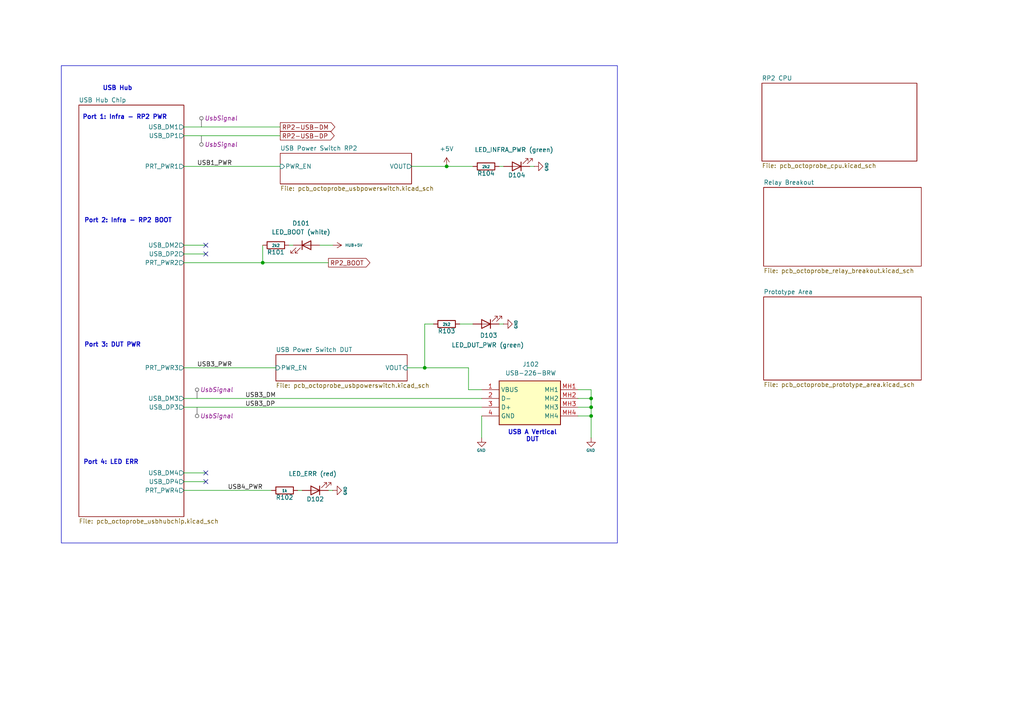
<source format=kicad_sch>
(kicad_sch (version 20231120) (generator "eeschema") (generator_version "8.0")
  (paper "A4")
  (title_block (title "Octoprobe tentacle") (date "2024-07-05") (rev "0.2") (company "Hans Märki, Märki Informatik") (comment 1 "The MIT License (MIT)"))
  (lib_symbols
    (symbol "00_project_library:LED GREEN" (pin_numbers hide) (pin_names (offset 1.016) hide)
      (property "Reference" "D" (at 0 2.54 0))
      (property "Value" "LED GREEN" (at 0 -2.54 0))
      (symbol "LED GREEN_0_1"
        (polyline (pts (xy -1.27 -1.27) (xy -1.27 1.27)) (stroke (width 0.254)))
        (polyline (pts (xy -1.27 0) (xy 1.27 0)))
        (polyline (pts (xy 1.27 -1.27) (xy 1.27 1.27) (xy -1.27 0) (xy 1.27 -1.27)) (stroke (width 0.254)))
        (polyline (pts (xy -3.048 -0.762) (xy -4.572 -2.286) (xy -3.81 -2.286) (xy -4.572 -2.286) (xy -4.572 -1.524)))
        (polyline (pts (xy -1.778 -0.762) (xy -3.302 -2.286) (xy -2.54 -2.286) (xy -3.302 -2.286) (xy -3.302 -1.524)))
      )
      (symbol "LED GREEN_1_1"
        (pin passive line (at -3.81 0 0) (length 2.54) (name "K") (number "1"))
        (pin passive line (at 3.81 0 180) (length 2.54) (name "A") (number "2"))
      )
    )
    (symbol "00_project_library:LED WHITE" (pin_numbers hide) (pin_names (offset 1.016) hide)
      (property "Reference" "D" (at 0 2.54 0))
      (property "Value" "LED WHITE" (at 0 -2.54 0))
      (symbol "LED WHITE_0_1"
        (polyline (pts (xy -1.27 -1.27) (xy -1.27 1.27)) (stroke (width 0.254)))
        (polyline (pts (xy -1.27 0) (xy 1.27 0)))
        (polyline (pts (xy 1.27 -1.27) (xy 1.27 1.27) (xy -1.27 0) (xy 1.27 -1.27)) (stroke (width 0.254)))
        (polyline (pts (xy -3.048 -0.762) (xy -4.572 -2.286) (xy -3.81 -2.286) (xy -4.572 -2.286) (xy -4.572 -1.524)))
        (polyline (pts (xy -1.778 -0.762) (xy -3.302 -2.286) (xy -2.54 -2.286) (xy -3.302 -2.286) (xy -3.302 -1.524)))
      )
      (symbol "LED WHITE_1_1"
        (pin passive line (at -3.81 0 0) (length 2.54) (name "K") (number "1"))
        (pin passive line (at 3.81 0 180) (length 2.54) (name "A") (number "2"))
      )
    )
    (symbol "00_project_library:USB-226-BRW"
      (property "Reference" "J" (at 24.13 7.62 0))
      (property "Value" "USB-226-BRW" (at 24.13 5.08 0))
      (property "Datasheet_alt" "https://datasheet.lcsc.com/lcsc/2008111235_XUNPU-USB-226-BRW_C720524.pdf" (at 0 0 0))
      (symbol "USB-226-BRW_1_1"
        (rectangle (start 5.08 2.54) (end 22.86 -10.16) (stroke (width 0.254)) (fill (type background)))
        (pin passive line (at 0 0 0) (length 5.08) (name "VBUS") (number "1"))
        (pin passive line (at 0 -2.54 0) (length 5.08) (name "D-") (number "2"))
        (pin passive line (at 0 -5.08 0) (length 5.08) (name "D+") (number "3"))
        (pin passive line (at 0 -7.62 0) (length 5.08) (name "GND") (number "4"))
        (pin passive line (at 27.94 0 180) (length 5.08) (name "MH1") (number "MH1"))
        (pin passive line (at 27.94 -2.54 180) (length 5.08) (name "MH2") (number "MH2"))
        (pin passive line (at 27.94 -5.08 180) (length 5.08) (name "MH3") (number "MH3"))
        (pin passive line (at 27.94 -7.62 180) (length 5.08) (name "MH4") (number "MH4"))
      )
    )
    (symbol "Device:R" (pin_numbers hide) (pin_names (offset 0))
      (property "Reference" "R" (at 2.032 0 90))
      (property "Value" "R" (at 0 0 90))
      (symbol "R_0_1"
        (rectangle (start -1.016 -2.54) (end 1.016 2.54) (stroke (width 0.254)))
      )
      (symbol "R_1_1"
        (pin passive line (at 0 3.81 270) (length 1.27) (name "~") (number "1"))
        (pin passive line (at 0 -3.81 90) (length 1.27) (name "~") (number "2"))
      )
    )
    (symbol "power:+3V3" (power) (pin_numbers hide) (pin_names (offset 0) hide)
      (property "Value" "+3V3" (at 0 3.556 0))
      (symbol "+3V3_0_1"
        (polyline (pts (xy -0.762 1.27) (xy 0 2.54)))
        (polyline (pts (xy 0 0) (xy 0 2.54)))
        (polyline (pts (xy 0 2.54) (xy 0.762 1.27)))
      )
      (symbol "+3V3_1_1"
        (pin power_in line (at 0 0 90) (length 0) (name "~") (number "1"))
      )
    )
    (symbol "power:+5V" (power) (pin_numbers hide) (pin_names (offset 0) hide)
      (property "Value" "+5V" (at 0 3.556 0))
      (symbol "+5V_0_1"
        (polyline (pts (xy -0.762 1.27) (xy 0 2.54)))
        (polyline (pts (xy 0 0) (xy 0 2.54)))
        (polyline (pts (xy 0 2.54) (xy 0.762 1.27)))
      )
      (symbol "+5V_1_1"
        (pin power_in line (at 0 0 90) (length 0) (name "~") (number "1"))
      )
    )
    (symbol "power:GND" (power) (pin_numbers hide) (pin_names (offset 0) hide)
      (property "Value" "GND" (at 0 -3.81 0))
      (symbol "GND_0_1"
        (polyline (pts (xy 0 0) (xy 0 -1.27) (xy 1.27 -1.27) (xy 0 -2.54) (xy -1.27 -1.27) (xy 0 -1.27)))
      )
      (symbol "GND_1_1"
        (pin power_in line (at 0 0 270) (length 0) (name "~") (number "1"))
      )
    )
  )
  (junction (at 171.45 120.65))
  (junction (at 171.45 118.11))
  (junction (at 123.19 106.68))
  (junction (at 171.45 115.57))
  (junction (at 76.2 76.2))
  (junction (at 129.54 48.26))
  (no_connect (at 59.69 137.16))
  (no_connect (at 59.69 139.7))
  (no_connect (at 59.69 71.12))
  (no_connect (at 59.69 73.66))
  (polyline (pts (xy 276.2628 325.4365) (xy 276.0248 324.9603)) (stroke (width 0.9999) (type solid)))
  (wire (pts (xy 96.52 71.12) (xy 92.71 71.12)))
  (polyline (pts (xy 276.9771 325.9127) (xy 276.5009 325.6746)) (stroke (width 0.9999) (type solid)))
  (wire (pts (xy 81.28 36.83) (xy 53.34 36.83)))
  (wire (pts (xy 125.73 93.98) (xy 123.19 93.98)))
  (wire (pts (xy 53.34 106.68) (xy 80.01 106.68)))
  (wire (pts (xy 146.05 93.98) (xy 144.78 93.98)))
  (polyline (pts (xy 266.739 321.627) (xy 266.9771 322.5794)) (stroke (width 0.9999) (type solid)))
  (polyline (pts (xy 273.4057 320.9127) (xy 273.4057 325.1984)) (stroke (width 0.9999) (type solid)))
  (wire (pts (xy 53.34 76.2) (xy 76.2 76.2)))
  (polyline (pts (xy 277.6914 325.9127) (xy 276.9771 325.9127)) (stroke (width 0.9999) (type solid)))
  (polyline (pts (xy 278.4057 325.4365) (xy 278.1676 325.6746)) (stroke (width 0.9999) (type solid)))
  (wire (pts (xy 167.64 115.57) (xy 171.45 115.57)))
  (polyline (pts (xy 263.8819 321.627) (xy 264.3581 321.1508)) (stroke (width 0.9999) (type solid)))
  (polyline (pts (xy 264.8343 320.9127) (xy 265.7867 320.9127)) (stroke (width 0.9999) (type solid)))
  (wire (pts (xy 119.38 48.26) (xy 129.54 48.26)))
  (polyline (pts (xy 264.3581 325.6746) (xy 263.8819 325.1984)) (stroke (width 0.9999) (type solid)))
  (polyline (pts (xy 278.1676 325.6746) (xy 277.6914 325.9127)) (stroke (width 0.9999) (type solid)))
  (polyline (pts (xy 270.7867 325.9127) (xy 269.8343 325.9127)) (stroke (width 0.9999) (type solid)))
  (wire (pts (xy 53.34 142.24) (xy 78.74 142.24)))
  (polyline (pts (xy 269.12 325.4365) (xy 268.8819 324.9603)) (stroke (width 0.9999) (type solid)))
  (polyline (pts (xy 272.6914 322.5794) (xy 274.5962 322.5794)) (stroke (width 0.9999) (type solid)))
  (wire (pts (xy 167.64 118.11) (xy 171.45 118.11)))
  (polyline (pts (xy 266.9771 322.5794) (xy 266.9771 324.246)) (stroke (width 0.9999) (type solid)))
  (wire (pts (xy 135.89 113.03) (xy 139.7 113.03)))
  (wire (pts (xy 53.34 73.66) (xy 59.69 73.66)))
  (polyline (pts (xy 266.739 325.1984) (xy 266.2628 325.6746)) (stroke (width 0.9999) (type solid)))
  (polyline (pts (xy 277.6914 322.5794) (xy 278.1676 322.8175)) (stroke (width 0.9999) (type solid)))
  (polyline (pts (xy 269.8343 325.9127) (xy 269.3581 325.6746)) (stroke (width 0.9999) (type solid)))
  (polyline (pts (xy 270.7867 322.5794) (xy 271.2628 322.8175)) (stroke (width 0.9999) (type solid)))
  (polyline (pts (xy 271.2628 325.6746) (xy 270.7867 325.9127)) (stroke (width 0.9999) (type solid)))
  (polyline (pts (xy 276.2628 323.0556) (xy 276.5009 322.8175)) (stroke (width 0.9999) (type solid)))
  (wire (pts (xy 133.35 93.98) (xy 137.16 93.98)))
  (wire (pts (xy 171.45 118.11) (xy 171.45 120.65)))
  (polyline (pts (xy 276.0248 324.9603) (xy 276.0248 323.5317)) (stroke (width 0.9999) (type solid)))
  (polyline (pts (xy 266.2628 325.6746) (xy 265.7867 325.9127)) (stroke (width 0.9999) (type solid)))
  (polyline (pts (xy 278.6438 323.5317) (xy 278.6438 324.9603)) (stroke (width 0.9999) (type solid)))
  (polyline (pts (xy 278.1676 322.8175) (xy 278.4057 323.0556)) (stroke (width 0.9999) (type solid)))
  (polyline (pts (xy 276.5009 325.6746) (xy 276.2628 325.4365)) (stroke (width 0.9999) (type solid)))
  (polyline (pts (xy 276.9771 322.5794) (xy 277.6914 322.5794)) (stroke (width 0.9999) (type solid)))
  (wire (pts (xy 53.34 71.12) (xy 59.69 71.12)))
  (wire (pts (xy 167.64 113.03) (xy 171.45 113.03)))
  (wire (pts (xy 139.7 127) (xy 139.7 120.65)))
  (polyline (pts (xy 278.4057 323.0556) (xy 278.6438 323.5317)) (stroke (width 0.9999) (type solid)))
  (wire (pts (xy 53.34 39.37) (xy 81.28 39.37)))
  (wire (pts (xy 53.34 48.26) (xy 81.28 48.26)))
  (polyline (pts (xy 265.7867 325.9127) (xy 264.8343 325.9127)) (stroke (width 0.9999) (type solid)))
  (wire (pts (xy 153.67 48.26) (xy 154.94 48.26)))
  (polyline (pts (xy 273.6438 325.6746) (xy 274.12 325.9127)) (stroke (width 0.9999) (type solid)))
  (polyline (pts (xy 278.6438 324.9603) (xy 278.4057 325.4365)) (stroke (width 0.9999) (type solid)))
  (wire (pts (xy 144.78 48.26) (xy 146.05 48.26)))
  (wire (pts (xy 171.45 113.03) (xy 171.45 115.57)))
  (polyline (pts (xy 266.9771 324.246) (xy 266.739 325.1984)) (stroke (width 0.9999) (type solid)))
  (polyline (pts (xy 273.4057 325.1984) (xy 273.6438 325.6746)) (stroke (width 0.9999) (type solid)))
  (wire (pts (xy 123.19 106.68) (xy 135.89 106.68)))
  (polyline (pts (xy 264.3581 321.1508) (xy 264.8343 320.9127)) (stroke (width 0.9999) (type solid)))
  (wire (pts (xy 86.36 142.24) (xy 87.63 142.24)))
  (wire (pts (xy 171.45 115.57) (xy 171.45 118.11)))
  (polyline (pts (xy 269.3581 325.6746) (xy 269.12 325.4365)) (stroke (width 0.9999) (type solid)))
  (wire (pts (xy 53.34 139.7) (xy 59.69 139.7)))
  (polyline (pts (xy 276.0248 323.5317) (xy 276.2628 323.0556)) (stroke (width 0.9999) (type solid)))
  (wire (pts (xy 95.25 76.2) (xy 76.2 76.2)))
  (polyline (pts (xy 269.3581 322.8175) (xy 269.8343 322.5794)) (stroke (width 0.9999) (type solid)))
  (polyline (pts (xy 269.8343 322.5794) (xy 270.7867 322.5794)) (stroke (width 0.9999) (type solid)))
  (wire (pts (xy 129.54 48.26) (xy 137.16 48.26)))
  (polyline (pts (xy 265.7867 320.9127) (xy 266.2628 321.1508)) (stroke (width 0.9999) (type solid)))
  (wire (pts (xy 135.89 106.68) (xy 135.89 113.03)))
  (wire (pts (xy 85.09 71.12) (xy 83.82 71.12)))
  (wire (pts (xy 53.34 137.16) (xy 59.69 137.16)))
  (wire (pts (xy 118.11 106.68) (xy 123.19 106.68)))
  (polyline (pts (xy 263.8819 325.1984) (xy 263.6438 324.246)) (stroke (width 0.9999) (type solid)))
  (wire (pts (xy 53.34 115.57) (xy 139.7 115.57)))
  (wire (pts (xy 123.19 93.98) (xy 123.19 106.68)))
  (wire (pts (xy 76.2 71.12) (xy 76.2 76.2)))
  (polyline (pts (xy 263.6438 322.5794) (xy 263.8819 321.627)) (stroke (width 0.9999) (type solid)))
  (polyline (pts (xy 266.2628 321.1508) (xy 266.739 321.627)) (stroke (width 0.9999) (type solid)))
  (polyline (pts (xy 264.8343 325.9127) (xy 264.3581 325.6746)) (stroke (width 0.9999) (type solid)))
  (wire (pts (xy 167.64 120.65) (xy 171.45 120.65)))
  (polyline (pts (xy 268.8819 323.5317) (xy 269.12 323.0556)) (stroke (width 0.9999) (type solid)))
  (wire (pts (xy 53.34 118.11) (xy 139.7 118.11)))
  (polyline (pts (xy 276.5009 322.8175) (xy 276.9771 322.5794)) (stroke (width 0.9999) (type solid)))
  (polyline (pts (xy 268.8819 324.9603) (xy 268.8819 323.5317)) (stroke (width 0.9999) (type solid)))
  (wire (pts (xy 171.45 127) (xy 171.45 120.65)))
  (wire (pts (xy 95.25 142.24) (xy 96.52 142.24)))
  (polyline (pts (xy 274.12 325.9127) (xy 274.5962 325.9127)) (stroke (width 0.9999) (type solid)))
  (polyline (pts (xy 263.6438 324.246) (xy 263.6438 322.5794)) (stroke (width 0.9999) (type solid)))
  (polyline (pts (xy 269.12 323.0556) (xy 269.3581 322.8175)) (stroke (width 0.9999) (type solid)))
  (rectangle (start 17.78 19.05) (end 179.07 157.48))
  (polyline (pts (xy 294.7028 323.2224) (xy 294.8285 323.3454) (xy 294.9804 323.6439) (xy 294.9838 324.8366) (xy 294.8371 325.1354) (xy 294.714 325.2611) (xy 294.415 325.4133) (xy 293.9361 325.4163) (xy 293.6383 325.2701) (xy 293.5126 325.147) (xy 293.3607 324.8486) (xy 293.3573 323.6559) (xy 293.5041 323.357) (xy 293.6271 323.2313) (xy 293.9261 323.0791) (xy 294.405 323.0761) (xy 294.7028 323.2224)) (stroke (width -0.0001) (type solid)) (fill (type outline)))
  (polyline (pts (xy 309.1401 318.342) (xy 307.9388 329.2108) (xy 283.8391 329.4564) (xy 283.7377 322.5746) (xy 284.9801 322.5746) (xy 284.9801 322.5794) (xy 284.9827 325.6327) (xy 284.9813 325.6387) (xy 284.9827 325.6611) (xy 284.9844 327.6441) (xy 285.0181 327.7702) (xy 285.0834 327.8832) (xy 285.1757 327.9755) (xy 285.2887 328.0408) (xy 285.4148 328.0746) (xy 285.5453 328.0746) (xy 285.6714 328.0408) (xy 285.7845 327.9755) (xy 285.8768 327.8832) (xy 285.942 327.7702) (xy 285.9758 327.6441) (xy 285.9801 327.5789) (xy 285.9791 326.4121) (xy 286.899 326.4081) (xy 286.9441 326.4111) (xy 286.9585 326.4081) (xy 286.9739 326.408) (xy 287.0226 326.395) (xy 287.072 326.3849) (xy 287.0924 326.3759) (xy 287.1 326.3739) (xy 287.1074 326.3699) (xy 287.1323 326.3594) (xy 287.5655 326.1389) (xy 287.5762 326.1359) (xy 287.6139 326.1141) (xy 287.6649 326.0882) (xy 287.6762 326.0782) (xy 287.6892 326.0702) (xy 287.7384 326.0271) (xy 287.9428 325.8182) (xy 287.9505 325.8132) (xy 287.9768 325.7837) (xy 288.0196 325.7399) (xy 288.0271 325.7268) (xy 288.0371 325.7156) (xy 288.0702 325.6591) (xy 288.302 325.1869) (xy 288.323 325.1507) (xy 288.3267 325.1366) (xy 288.3336 325.1226) (xy 288.3437 325.0733) (xy 288.3568 325.0246) (xy 288.3582 325.0024) (xy 288.3598 324.9944) (xy 288.3593 324.9854) (xy 288.361 324.9584) (xy 288.357 323.5411) (xy 288.3598 323.4944) (xy 288.3568 323.4798) (xy 288.3568 323.4646) (xy 288.3437 323.4159) (xy 288.3336 323.3665) (xy 288.325 323.3461) (xy 288.323 323.3381) (xy 288.3187 323.3311) (xy 288.3083 323.3062) (xy 288.0877 322.873) (xy 288.0849 322.8623) (xy 288.0631 322.8246) (xy 288.0371 322.7736) (xy 288.0271 322.7623) (xy 288.0196 322.7493) (xy 287.9765 322.7001) (xy 287.8512 322.5775) (xy 289.5039 322.5775) (xy 289.5082 325.9761) (xy 289.542 326.1021) (xy 289.6072 326.2152) (xy 289.6995 326.3075) (xy 289.8126 326.3727) (xy 289.9386 326.4065) (xy 290.0692 326.4065) (xy 290.1952 326.3727) (xy 290.3083 326.3075) (xy 290.4006 326.2152) (xy 290.4658 326.1021) (xy 290.4996 325.9761) (xy 290.5039 325.9108) (xy 290.5011 323.6517) (xy 290.5609 323.5298) (xy 292.361 323.5298) (xy 292.3651 324.9472) (xy 292.3623 324.9939) (xy 292.3653 325.0084) (xy 292.3653 325.0237) (xy 292.3784 325.0724) (xy 292.3885 325.1217) (xy 292.3971 325.1422) (xy 292.3991 325.1502) (xy 292.4033 325.1572) (xy 292.4138 325.1821) (xy 292.6343 325.6153) (xy 292.6372 325.626) (xy 292.659 325.6638) (xy 292.6849 325.7148) (xy 292.6949 325.726) (xy 292.7025 325.7391) (xy 292.7456 325.7883) (xy 292.9544 325.9927) (xy 292.9595 326.0007) (xy 292.9891 326.0269) (xy 293.0328 326.0698) (xy 293.0459 326.0778) (xy 293.0572 326.0878) (xy 293.1136 326.1208) (xy 293.5858 326.3527) (xy 293.6221 326.3736) (xy 293.6361 326.3776) (xy 293.6501 326.3846) (xy 293.6995 326.3947) (xy 293.7482 326.4077) (xy 293.7703 326.4087) (xy 293.778 326.4097) (xy 293.7865 326.4092) (xy 293.8134 326.4112) (xy 294.5195 326.4072) (xy 294.5631 326.4102) (xy 294.5775 326.4072) (xy 294.593 326.4071) (xy 294.6416 326.3941) (xy 294.691 326.384) (xy 294.7115 326.375) (xy 294.719 326.373) (xy 294.7264 326.369) (xy 294.7513 326.3585) (xy 295.1845 326.138) (xy 295.1952 326.135) (xy 295.233 326.1132) (xy 295.284 326.0873) (xy 295.2952 326.0773) (xy 295.3083 326.0693) (xy 295.3574 326.0262) (xy 295.5619 325.8173) (xy 295.5696 325.8123) (xy 295.5958 325.7828) (xy 295.6387 325.739) (xy 295.6462 325.7259) (xy 295.6562 325.7147) (xy 295.6892 325.6582) (xy 295.9211 325.186) (xy 295.942 325.1498) (xy 295.9458 325.1357) (xy 295.9527 325.1217) (xy 295.9628 325.0724) (xy 295.9758 325.0237) (xy 295.9773 325.0015) (xy 295.9788 324.9935) (xy 295.9783 324.9845) (xy 295.9801 324.9575) (xy 295.976 323.5402) (xy 295.9788 323.4935) (xy 295.9758 323.4789) (xy 295.9758 323.4637) (xy 295.9628 323.415) (xy 295.9527 323.3656) (xy 295.944 323.3452) (xy 295.942 323.3372) (xy 295.9378 323.3302) (xy 295.9273 323.3053) (xy 295.7068 322.8721) (xy 295.7039 322.8614) (xy 295.6821 322.8237) (xy 295.6562 322.7727) (xy 295.6462 322.7614) (xy 295.6387 322.7484) (xy 295.5955 322.6992) (xy 295.3867 322.4948) (xy 295.3816 322.4868) (xy 295.352 322.4605) (xy 295.3083 322.4177) (xy 295.2952 322.4097) (xy 295.284 322.3997) (xy 295.2275 322.3666) (xy 294.7553 322.1347) (xy 294.719 322.1138) (xy 294.705 322.1098) (xy 294.691 322.1028) (xy 294.6416 322.0927) (xy 294.593 322.0796) (xy 294.5708 322.0786) (xy 294.5631 322.0766) (xy 294.5547 322.0771) (xy 294.5277 322.0751) (xy 293.8216 322.0791) (xy 293.778 322.0761) (xy 293.7636 322.0791) (xy 293.7482 322.0791) (xy 293.6995 322.0922) (xy 293.6501 322.1023) (xy 293.6296 322.1113) (xy 293.6221 322.1133) (xy 293.6147 322.1173) (xy 293.5898 322.1277) (xy 293.1566 322.3482) (xy 293.1459 322.3512) (xy 293.1081 322.373) (xy 293.0572 322.399) (xy 293.0459 322.409) (xy 293.0328 322.417) (xy 292.9837 322.4601) (xy 292.7792 322.6689) (xy 292.7715 322.6739) (xy 292.7453 322.7035) (xy 292.7025 322.7473) (xy 292.6949 322.7603) (xy 292.6849 322.7716) (xy 292.6519 322.828) (xy 292.42 323.3002) (xy 292.3991 323.3365) (xy 292.3953 323.3505) (xy 292.3885 323.3645) (xy 292.3784 323.4139) (xy 292.3653 323.4626) (xy 292.3639 323.4847) (xy 292.3623 323.4927) (xy 292.3628 323.5007) (xy 292.361 323.5276) (xy 290.5609 323.5276) (xy 290.6469 323.3525) (xy 290.77 323.2268) (xy 291.0695 323.0744) (xy 291.4977 323.0714) (xy 291.6238 323.0376) (xy 291.7368 322.9723) (xy 291.8291 322.88) (xy 291.8944 322.767) (xy 291.9282 322.6409) (xy 291.9282 322.5104) (xy 291.8944 322.3843) (xy 291.8291 322.2713) (xy 291.7368 322.179) (xy 291.6238 322.1137) (xy 291.4977 322.0799) (xy 291.4325 322.0759) (xy 290.9618 322.0799) (xy 290.9208 322.0769) (xy 290.9067 322.0799) (xy 290.891 322.08) (xy 290.8423 322.0931) (xy 290.793 322.1032) (xy 290.7725 322.1122) (xy 290.7649 322.1142) (xy 290.7576 322.1182) (xy 290.7327 322.1286) (xy 290.4123 322.2917) (xy 290.4006 322.2715) (xy 290.3083 322.1792) (xy 290.1952 322.1139) (xy 290.0692 322.0801) (xy 289.9386 322.0801) (xy 289.8126 322.1139) (xy 289.6995 322.1792) (xy 289.6072 322.2715) (xy 289.542 322.3845) (xy 289.5082 322.5106) (xy 289.5039 322.5759) (xy 287.8512 322.5759) (xy 287.7677 322.4941) (xy 287.7626 322.4861) (xy 287.733 322.4598) (xy 287.6892 322.417) (xy 287.6762 322.409) (xy 287.6649 322.399) (xy 287.6085 322.3659) (xy 287.1362 322.134) (xy 287.1 322.1131) (xy 287.086 322.1091) (xy 287.072 322.1021) (xy 287.0226 322.092) (xy 286.9739 322.0789) (xy 286.9518 322.0779) (xy 286.9441 322.0759) (xy 286.9356 322.0764) (xy 286.9087 322.0744) (xy 285.9659 322.0784) (xy 285.9208 322.0754) (xy 285.9064 322.0784) (xy 285.891 322.0784) (xy 285.8423 322.0915) (xy 285.793 322.1016) (xy 285.7725 322.1106) (xy 285.7649 322.1126) (xy 285.7576 322.1166) (xy 285.7327 322.127) (xy 285.7137 322.137) (xy 285.6714 322.1126) (xy 285.5453 322.0788) (xy 285.4148 322.0788) (xy 285.2887 322.1126) (xy 285.1757 322.1779) (xy 285.0834 322.2702) (xy 285.0181 322.3832) (xy 284.9844 322.5093) (xy 284.9801 322.5746) (xy 283.7377 322.5746) (xy 283.7131 320.9036) (xy 297.1229 320.9036) (xy 297.1229 320.9079) (xy 297.1246 322.8418) (xy 297.1242 322.8478) (xy 297.1246 322.8498) (xy 297.1269 325.6209) (xy 297.1242 325.6342) (xy 297.127 325.6804) (xy 297.1272 325.973) (xy 297.161 326.099) (xy 297.2263 326.2121) (xy 297.3186 326.3044) (xy 297.4316 326.3696) (xy 297.5577 326.4034) (xy 297.6882 326.4034) (xy 297.8143 326.3696) (xy 297.8602 326.3431) (xy 297.8715 326.3491) (xy 297.9078 326.37) (xy 297.9218 326.374) (xy 297.9358 326.381) (xy 297.9852 326.3911) (xy 298.0339 326.4041) (xy 298.056 326.4051) (xy 298.0637 326.4061) (xy 298.0722 326.4056) (xy 298.0991 326.4076) (xy 299.0419 326.4036) (xy 299.087 326.4066) (xy 299.1014 326.4036) (xy 299.1168 326.4035) (xy 299.1655 326.3905) (xy 299.2148 326.3804) (xy 299.2353 326.3714) (xy 299.2429 326.3694) (xy 299.2502 326.3654) (xy 299.2751 326.3549) (xy 299.7083 326.1344) (xy 299.719 326.1314) (xy 299.7568 326.1096) (xy 299.8078 326.0837) (xy 299.819 326.0737) (xy 299.8321 326.0657) (xy 299.8813 326.0226) (xy 300.0857 325.8137) (xy 300.0934 325.8087) (xy 300.1196 325.7792) (xy 300.1625 325.7354) (xy 300.17 325.7223) (xy 300.18 325.7111) (xy 300.213 325.6546) (xy 300.4449 325.1824) (xy 300.4658 325.1462) (xy 300.4696 325.1321) (xy 300.4765 325.1181) (xy 300.4866 325.0688) (xy 300.4996 325.0201) (xy 300.5011 324.9979) (xy 300.5026 324.9899) (xy 300.5021 324.9809) (xy 300.5039 324.9539) (xy 300.4998 323.5366) (xy 300.5026 323.4899) (xy 300.4997 323.4753) (xy 300.4996 323.4601) (xy 300.4866 323.4114) (xy 300.4765 323.362) (xy 300.4679 323.3416) (xy 300.4658 323.3336) (xy 300.4616 323.3266) (xy 300.4511 323.3017) (xy 300.4437 323.2872) (xy 301.4087 323.2872) (xy 301.4108 324.2573) (xy 301.4098 324.2729) (xy 301.4108 324.2779) (xy 301.4128 325.1797) (xy 301.4099 325.2273) (xy 301.4129 325.2419) (xy 301.4129 325.2571) (xy 301.426 325.3058) (xy 301.4361 325.3551) (xy 301.4447 325.3756) (xy 301.4467 325.3836) (xy 301.451 325.3906) (xy 301.4614 325.4155) (xy 301.6891 325.8629) (xy 301.6971 325.8868) (xy 301.7154 325.9145) (xy 301.7326 325.9482) (xy 301.7525 325.9706) (xy 301.769 325.9957) (xy 301.7956 326.0193) (xy 301.8192 326.0458) (xy 301.8442 326.0624) (xy 301.8667 326.0823) (xy 301.9231 326.1153) (xy 301.928 326.1173) (xy 301.9281 326.1173) (xy 301.9281 326.1174) (xy 302.3953 326.3468) (xy 302.4316 326.3677) (xy 302.4456 326.3717) (xy 302.4596 326.3787) (xy 302.509 326.3888) (xy 302.5577 326.4018) (xy 302.5798 326.4028) (xy 302.5875 326.4038) (xy 302.596 326.4033) (xy 302.6229 326.4053) (xy 303.5657 326.4013) (xy 303.6108 326.4043) (xy 303.6252 326.4013) (xy 303.6406 326.4012) (xy 303.6893 326.3882) (xy 303.7386 326.3781) (xy 303.7591 326.3691) (xy 303.7667 326.3671) (xy 303.774 326.3631) (xy 303.7989 326.3526) (xy 304.3316 326.0815) (xy 304.4292 325.9949) (xy 304.5012 325.886) (xy 304.5424 325.7621) (xy 304.5503 325.6319) (xy 304.5241 325.504) (xy 304.4657 325.3872) (xy 304.3791 325.2896) (xy 304.2702 325.2177) (xy 304.1464 325.1764) (xy 304.0161 325.1684) (xy 303.8882 325.1945) (xy 303.8279 325.2199) (xy 303.4629 325.4057) (xy 302.7462 325.4087) (xy 302.5196 325.2974) (xy 302.4084 325.0789) (xy 302.4075 324.6479) (xy 304.3397 324.2581) (xy 304.3549 324.2581) (xy 304.4012 324.2456) (xy 304.4508 324.2356) (xy 304.4653 324.2286) (xy 304.481 324.2246) (xy 304.5236 324.1999) (xy 304.5678 324.1781) (xy 304.58 324.1674) (xy 304.594 324.1594) (xy 304.6288 324.1246) (xy 304.6659 324.092) (xy 304.6748 324.0786) (xy 304.6863 324.0671) (xy 304.7109 324.0244) (xy 304.7383 323.9834) (xy 304.7435 323.9681) (xy 304.7515 323.9541) (xy 304.7643 323.9065) (xy 304.7801 323.8598) (xy 304.7811 323.8436) (xy 304.7853 323.828) (xy 304.7896 323.7627) (xy 304.7859 323.2921) (xy 304.7884 323.2511) (xy 304.7855 323.2369) (xy 304.7853 323.2213) (xy 304.7723 323.1726) (xy 304.7622 323.1232) (xy 304.7536 323.1028) (xy 304.7515 323.0948) (xy 304.7473 323.0878) (xy 304.7368 323.0629) (xy 304.5091 322.6156) (xy 304.5012 322.5917) (xy 304.4828 322.5639) (xy 304.4657 322.5303) (xy 304.4458 322.5078) (xy 304.4292 322.4828) (xy 304.4027 322.4592) (xy 304.3791 322.4326) (xy 304.354 322.4161) (xy 304.3316 322.3962) (xy 304.2751 322.3631) (xy 304.2703 322.3611) (xy 304.2702 322.361) (xy 304.2701 322.361) (xy 303.8029 322.1315) (xy 303.7667 322.1106) (xy 303.7527 322.1066) (xy 303.7386 322.0996) (xy 303.6893 322.0895) (xy 303.6406 322.0764) (xy 303.6184 322.0754) (xy 303.6108 322.0734) (xy 303.6023 322.0739) (xy 303.5753 322.0719) (xy 302.6326 322.0759) (xy 302.5875 322.0729) (xy 302.5731 322.0759) (xy 302.5577 322.0759) (xy 302.509 322.089) (xy 302.4596 322.0991) (xy 302.4392 322.1081) (xy 302.4316 322.1101) (xy 302.4242 322.1141) (xy 302.3993 322.1245) (xy 301.952 322.3522) (xy 301.9281 322.3602) (xy 301.9003 322.3785) (xy 301.8667 322.3957) (xy 301.8442 322.4156) (xy 301.8192 322.4321) (xy 301.7956 322.4587) (xy 301.769 322.4823) (xy 301.7525 322.5073) (xy 301.7326 322.5298) (xy 301.6995 322.5862) (xy 301.6971 322.5912) (xy 301.6971 322.5913) (xy 301.4677 323.0585) (xy 301.4467 323.0948) (xy 301.443 323.1088) (xy 301.4361 323.1228) (xy 301.426 323.1722) (xy 301.4129 323.2209) (xy 301.4115 323.243) (xy 301.4099 323.251) (xy 301.4104 323.259) (xy 301.4087 323.2859) (xy 300.4437 323.2859) (xy 300.2306 322.8672) (xy 300.2277 322.8565) (xy 300.206 322.8188) (xy 300.18 322.7678) (xy 300.17 322.7565) (xy 300.1625 322.7435) (xy 300.1194 322.6943) (xy 299.9105 322.4899) (xy 299.9054 322.4819) (xy 299.8758 322.4556) (xy 299.8321 322.4128) (xy 299.819 322.4048) (xy 299.8078 322.3948) (xy 299.7513 322.3617) (xy 299.2791 322.1298) (xy 299.2429 322.1089) (xy 299.2288 322.1049) (xy 299.2148 322.0979) (xy 299.1655 322.0878) (xy 299.1168 322.0747) (xy 299.0946 322.0737) (xy 299.087 322.0717) (xy 299.0785 322.0722) (xy 299.0515 322.0702) (xy 298.1197 322.0742) (xy 298.1187 320.8383) (xy 298.0849 320.7123) (xy 298.0196 320.5992) (xy 297.9273 320.5069) (xy 297.8143 320.4417) (xy 297.6882 320.4079) (xy 297.5577 320.4079) (xy 297.4316 320.4417) (xy 297.3186 320.5069) (xy 297.2263 320.5992) (xy 297.161 320.7123) (xy 297.1272 320.8383) (xy 297.1229 320.9036) (xy 283.7131 320.9036) (xy 283.6717 318.0918) (xy 309.1401 318.342)) (stroke (width -0.0001) (type solid)) (fill (type outline)))
  (polyline (pts (xy 299.2266 323.2224) (xy 299.3523 323.3454) (xy 299.5042 323.6439) (xy 299.5076 324.8366) (xy 299.3609 325.1354) (xy 299.2378 325.2611) (xy 298.9391 325.4132) (xy 298.2223 325.4162) (xy 298.1225 325.3671) (xy 298.1206 323.1252) (xy 298.2116 323.0789) (xy 298.9283 323.0759) (xy 299.2266 323.2224)) (stroke (width -0.0001) (type solid)) (fill (type outline)))
  (polyline (pts (xy 303.6786 323.1871) (xy 303.7691 323.3648) (xy 302.4053 323.64) (xy 302.4048 323.4176) (xy 302.5164 323.1903) (xy 302.7354 323.0789) (xy 303.4521 323.0759) (xy 303.6786 323.1871)) (stroke (width -0.0001) (type solid)) (fill (type outline)))
  (polyline (pts (xy 287.0838 323.2224) (xy 287.2095 323.3454) (xy 287.3614 323.6439) (xy 287.3648 324.8366) (xy 287.218 325.1354) (xy 287.095 325.2611) (xy 286.7962 325.4132) (xy 286.0795 325.4162) (xy 285.9782 325.3664) (xy 285.9763 323.1259) (xy 286.0687 323.0789) (xy 286.7854 323.0759) (xy 287.0838 323.2224)) (stroke (width -0.0001) (type solid)) (fill (type outline)))
  (text "Port 2: Infra - RP2 BOOT" (at 24.384 64.77 0) (effects (font (size 1.27 1.27) (thickness 0.254) (bold yes)) (justify left bottom)))
  (text "Port 4: LED ERR" (at 24.13 134.874 0) (effects (font (size 1.27 1.27) (thickness 0.254) (bold yes)) (justify left bottom)))
  (text "Port 3: DUT PWR" (at 24.384 100.838 0) (effects (font (size 1.27 1.27) (thickness 0.254) (bold yes)) (justify left bottom)))
  (text "USB A Vertical\nDUT" (at 154.432 128.27 0) (effects (font (size 1.27 1.27) (thickness 0.254) (bold yes)) (justify bottom)))
  (text "Port 1: Infra - RP2 PWR" (at 23.876 34.798 0) (effects (font (size 1.27 1.27) (thickness 0.254) (bold yes)) (justify left bottom)))
  (text "USB Hub" (at 29.718 26.416 0) (effects (font (size 1.27 1.27) (thickness 0.254) (bold yes)) (justify left bottom)))
  (label "USB3_PWR" (at 57.15 106.68 0))
  (label "USB4_PWR" (at 66.04 142.24 0))
  (label "USB1_PWR" (at 57.15 48.26 0))
  (label "USB3_DP" (at 71.12 118.11 0))
  (label "USB3_DM" (at 71.12 115.57 0))
  (global_label "RP2-USB-DM" (shape output) (at 81.28 36.83 0) (property "Intersheetrefs" "${INTERSHEET_REFS}" (effects (hide yes))))
  (global_label "RP2-USB-DP" (shape output) (at 81.28 39.37 0) (property "Intersheetrefs" "${INTERSHEET_REFS}" (effects (hide yes))))
  (global_label "RP2_BOOT" (shape output) (at 95.25 76.2 0) (property "Intersheetrefs" "${INTERSHEET_REFS}" (effects (hide yes))))
  (netclass_flag "" (length 2.54) (shape round) (at 57.15 115.57 0) (property "Netclass" "UsbSignal" (at 58.039 113.03 0) (effects (font (italic yes)) (justify left))))
  (netclass_flag "" (length 2.54) (shape round) (at 58.42 36.83 0) (property "Netclass" "UsbSignal" (at 59.309 34.29 0) (effects (font (italic yes)) (justify left))))
  (netclass_flag "" (length 2.54) (shape round) (at 58.42 39.37 180) (property "Netclass" "UsbSignal" (at 59.309 41.91 0) (effects (font (italic yes)) (justify left))))
  (netclass_flag "" (length 2.54) (shape round) (at 57.15 118.11 180) (property "Netclass" "UsbSignal" (at 58.039 120.65 0) (effects (font (italic yes)) (justify left))))
  (symbol (lib_id "power:GND") (at 171.45 127 0) (unit 1)
    (property "Reference" "#PWR0108" (effects (hide yes)))
    (property "Value" "GND" (at 171.323 130.6322 0) (effects (font (size 0.8 0.8))))
    (property "Description" "Power symbol creates a global label with name \"GND\" , ground" (effects (hide yes)))
  )
  (symbol (lib_id "00_project_library:LED GREEN") (at 140.97 93.98 180) (unit 1)
    (property "Reference" "D103" (at 141.732 97.282 0))
    (property "Value" "LED_DUT_PWR (green)" (at 141.478 100.076 0))
    (property "Footprint" "00_project_library:LED_0603_1608Metric" (effects (hide yes)))
    (property "JLC" "C2297" (effects (hide yes)))
  )
  (symbol (lib_id "Device:R") (at 140.97 48.26 270) (unit 1)
    (property "Reference" "R104" (at 140.97 50.292 90))
    (property "Value" "2k2" (at 140.97 48.3616 90) (effects (font (size 0.8 0.8))))
    (property "Footprint" "Resistor_SMD:R_0603_1608Metric" (effects (hide yes)))
  )
  (symbol (lib_id "power:GND") (at 96.52 142.24 90) (unit 1)
    (property "Reference" "#PWR0102" (effects (hide yes)))
    (property "Value" "GND" (at 100.1522 142.367 0) (effects (font (size 0.8 0.8))))
    (property "Description" "Power symbol creates a global label with name \"GND\" , ground" (effects (hide yes)))
  )
  (symbol (lib_id "00_project_library:LED GREEN") (at 91.44 142.24 180) (unit 1)
    (property "Reference" "D102" (at 91.44 144.78 0))
    (property "Value" "LED_ERR (red)" (at 90.678 137.414 0))
    (property "Footprint" "00_project_library:LED_0603_1608Metric" (effects (hide yes)))
    (property "JLC" "C2286" (effects (hide yes)))
  )
  (symbol (lib_id "00_project_library:LED GREEN") (at 149.86 48.26 180) (unit 1)
    (property "Reference" "D104" (at 149.86 50.8 0))
    (property "Value" "LED_INFRA_PWR (green)" (at 149.098 43.434 0))
    (property "Footprint" "00_project_library:LED_0603_1608Metric" (effects (hide yes)))
    (property "JLC" "C2297" (effects (hide yes)))
  )
  (symbol (lib_id "Device:R") (at 129.54 93.98 270) (unit 1)
    (property "Reference" "R103" (at 129.54 96.012 90))
    (property "Value" "2k2" (at 129.54 94.0816 90) (effects (font (size 0.8 0.8))))
    (property "Footprint" "Resistor_SMD:R_0603_1608Metric" (effects (hide yes)))
  )
  (symbol (lib_id "power:+3V3") (at 96.52 71.12 270) (unit 1)
    (property "Reference" "#PWR0101" (effects (hide yes)))
    (property "Value" "HUB+5V" (at 102.616 71.12 90) (effects (font (size 0.8 0.8))))
    (property "Description" "Power symbol creates a global label with name \"+3V3\"" (effects (hide yes)))
  )
  (symbol (lib_id "power:GND") (at 146.05 93.98 90) (unit 1)
    (property "Reference" "#PWR0106" (effects (hide yes)))
    (property "Value" "GND" (at 149.6822 94.107 0) (effects (font (size 0.8 0.8))))
    (property "Description" "Power symbol creates a global label with name \"GND\" , ground" (effects (hide yes)))
  )
  (symbol (lib_id "power:+5V") (at 129.54 48.26 0) (unit 1)
    (property "Reference" "#PWR0104" (effects (hide yes)))
    (property "Value" "+5V" (at 129.54 43.18 0))
    (property "Description" "Power symbol creates a global label with name \"+5V\"" (effects (hide yes)))
  )
  (symbol (lib_id "Device:R") (at 80.01 71.12 270) (unit 1)
    (property "Reference" "R101" (at 80.01 73.152 90))
    (property "Value" "2k2" (at 80.01 71.2216 90) (effects (font (size 0.8 0.8))))
    (property "Footprint" "Resistor_SMD:R_0603_1608Metric" (effects (hide yes)))
  )
  (symbol (lib_id "00_project_library:USB-226-BRW") (at 139.7 113.03 0) (unit 1)
    (property "Reference" "J102" (at 153.924 105.664 0))
    (property "Value" "USB-226-BRW" (at 153.924 108.204 0))
    (property "Footprint" "00_project_library:USB226BRW" (effects (hide yes)))
    (property "Datasheet" "https://wmsc.lcsc.com/wmsc/upload/file/pdf/v2/lcsc/2310231710_XUNPU-USB-226-BRW_C720524.pdf" (effects (hide yes)))
    (property "Description" "19.414.67.1mm USB Connectors ROHS 4 pin USB 2.0 DC 30V 1.5 A" (effects (hide yes)))
    (property "Height" "13.75" (effects (hide yes)))
    (property "Manufacturer_Name" "XUNPU" (effects (hide yes)))
    (property "Manufacturer_Part_Number" "USB-226-BRW" (effects (hide yes)))
    (property "JLC" "C720524" (effects (hide yes)))
    (property "Datasheet_alt" "https://datasheet.lcsc.com/lcsc/2008111235_XUNPU-USB-226-BRW_C720524.pdf" (effects (hide yes)))
  )
  (symbol (lib_id "power:GND") (at 139.7 127 0) (unit 1)
    (property "Reference" "#PWR0105" (effects (hide yes)))
    (property "Value" "GND" (at 139.573 130.6322 0) (effects (font (size 0.8 0.8))))
    (property "Description" "Power symbol creates a global label with name \"GND\" , ground" (effects (hide yes)))
  )
  (symbol (lib_id "Device:R") (at 82.55 142.24 270) (unit 1)
    (property "Reference" "R102" (at 82.55 144.272 90))
    (property "Value" "1k" (at 82.55 142.3416 90) (effects (font (size 0.8 0.8))))
    (property "Footprint" "Resistor_SMD:R_0603_1608Metric" (effects (hide yes)))
  )
  (symbol (lib_id "power:GND") (at 154.94 48.26 90) (unit 1)
    (property "Reference" "#PWR0107" (effects (hide yes)))
    (property "Value" "GND" (at 158.5722 48.387 0) (effects (font (size 0.8 0.8))))
    (property "Description" "Power symbol creates a global label with name \"GND\" , ground" (effects (hide yes)))
  )
  (symbol (lib_id "00_project_library:LED WHITE") (at 88.9 71.12 0) (unit 1)
    (property "Reference" "D101" (at 87.3125 64.77 0))
    (property "Value" "LED_BOOT (white)" (at 87.3125 67.31 0))
    (property "Footprint" "00_project_library:LED_0603_1608Metric" (effects (hide yes)))
    (property "JLC" "C2290" (effects (hide yes)))
  )
  (sheet (at 220.98 24.13) (size 44.958 22.606) (stroke (width 0.1524))
    (property "Sheetname" "RP2 CPU" (at 220.98 23.4184 0) (effects (justify left bottom)))
    (property "Sheetfile" "pcb_octoprobe_cpu.kicad_sch" (at 220.98 47.3206 0) (effects (justify left top)))
  )
  (sheet (at 221.488 86.106) (size 45.72 24.13) (stroke (width 0.1524))
    (property "Sheetname" "Prototype Area" (at 221.488 85.3944 0) (effects (justify left bottom)))
    (property "Sheetfile" "pcb_octoprobe_prototype_area.kicad_sch" (at 221.488 110.8206 0) (effects (justify left top)))
  )
  (sheet (at 80.01 102.87) (size 38.1 7.62) (stroke (width 0.1524))
    (property "Sheetname" "USB Power Switch DUT" (at 80.01 102.1584 0) (effects (justify left bottom)))
    (property "Sheetfile" "pcb_octoprobe_usbpowerswitch.kicad_sch" (at 80.01 111.0746 0) (effects (justify left top)))
    (pin "PWR_EN" input (at 80.01 106.68 180))
    (pin "VOUT" input (at 118.11 106.68 0))
  )
  (sheet (at 221.488 54.356) (size 45.72 22.86) (stroke (width 0.1524))
    (property "Sheetname" "Relay Breakout" (at 221.488 53.6444 0) (effects (justify left bottom)))
    (property "Sheetfile" "pcb_octoprobe_relay_breakout.kicad_sch" (at 221.488 77.8006 0) (effects (justify left top)))
  )
  (sheet (at 81.28 44.45) (size 38.1 8.89) (stroke (width 0.1524))
    (property "Sheetname" "USB Power Switch RP2" (at 81.28 43.7384 0) (effects (justify left bottom)))
    (property "Sheetfile" "pcb_octoprobe_usbpowerswitch.kicad_sch" (at 81.28 53.9246 0) (effects (justify left top)))
    (pin "PWR_EN" input (at 81.28 48.26 180))
    (pin "VOUT" output (at 119.38 48.26 0))
  )
  (sheet (at 22.86 30.48) (size 30.48 119.38) (stroke (width 0.1524))
    (property "Sheetname" "USB Hub Chip" (at 22.86 29.7684 0) (effects (justify left bottom)))
    (property "Sheetfile" "pcb_octoprobe_usbhubchip.kicad_sch" (at 22.86 150.4446 0) (effects (justify left top)))
    (pin "USB_DM1" output (at 53.34 36.83 0))
    (pin "USB_DP1" output (at 53.34 39.37 0))
    (pin "PRT_PWR1" output (at 53.34 48.26 0))
    (pin "PRT_PWR2" output (at 53.34 76.2 0))
    (pin "USB_DM2" output (at 53.34 71.12 0))
    (pin "USB_DP2" output (at 53.34 73.66 0))
    (pin "USB_DP3" output (at 53.34 118.11 0))
    (pin "USB_DM3" output (at 53.34 115.57 0))
    (pin "USB_DP4" output (at 53.34 139.7 0))
    (pin "PRT_PWR4" output (at 53.34 142.24 0))
    (pin "PRT_PWR3" output (at 53.34 106.68 0))
    (pin "USB_DM4" output (at 53.34 137.16 0))
  )
)
</source>
